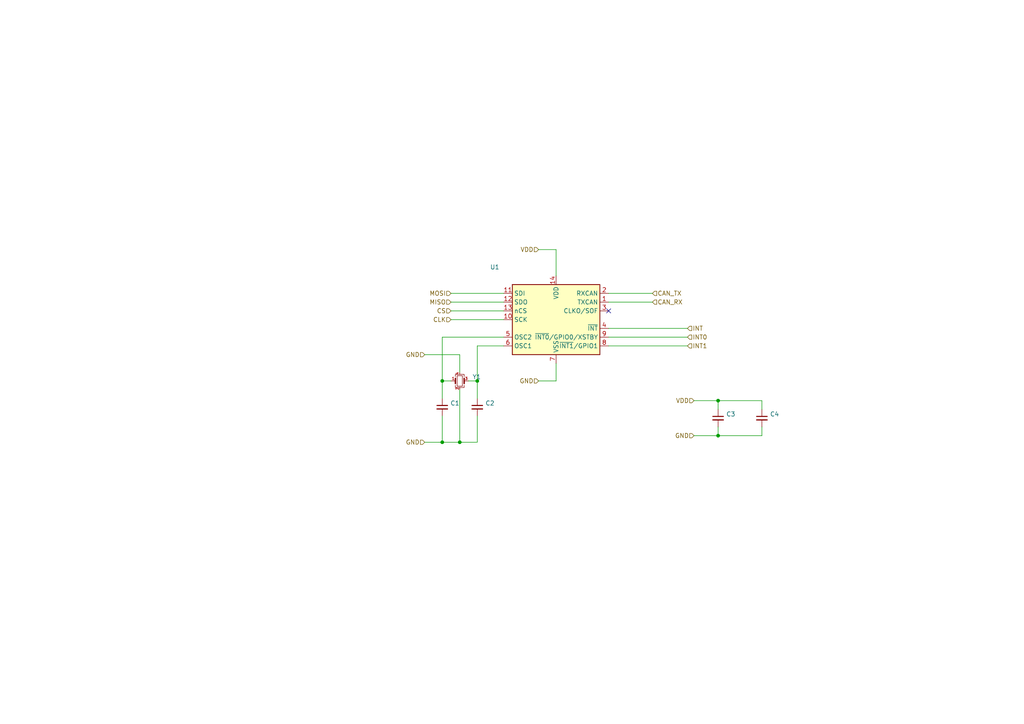
<source format=kicad_sch>
(kicad_sch (version 20211123) (generator eeschema)

  (uuid 1895faed-13c7-4877-930c-ef39a1d7419c)

  (paper "A4")

  (lib_symbols
    (symbol "Device:C_Small" (pin_numbers hide) (pin_names (offset 0.254) hide) (in_bom yes) (on_board yes)
      (property "Reference" "C" (id 0) (at 0.254 1.778 0)
        (effects (font (size 1.27 1.27)) (justify left))
      )
      (property "Value" "C_Small" (id 1) (at 0.254 -2.032 0)
        (effects (font (size 1.27 1.27)) (justify left))
      )
      (property "Footprint" "" (id 2) (at 0 0 0)
        (effects (font (size 1.27 1.27)) hide)
      )
      (property "Datasheet" "~" (id 3) (at 0 0 0)
        (effects (font (size 1.27 1.27)) hide)
      )
      (property "ki_keywords" "capacitor cap" (id 4) (at 0 0 0)
        (effects (font (size 1.27 1.27)) hide)
      )
      (property "ki_description" "Unpolarized capacitor, small symbol" (id 5) (at 0 0 0)
        (effects (font (size 1.27 1.27)) hide)
      )
      (property "ki_fp_filters" "C_*" (id 6) (at 0 0 0)
        (effects (font (size 1.27 1.27)) hide)
      )
      (symbol "C_Small_0_1"
        (polyline
          (pts
            (xy -1.524 -0.508)
            (xy 1.524 -0.508)
          )
          (stroke (width 0.3302) (type default) (color 0 0 0 0))
          (fill (type none))
        )
        (polyline
          (pts
            (xy -1.524 0.508)
            (xy 1.524 0.508)
          )
          (stroke (width 0.3048) (type default) (color 0 0 0 0))
          (fill (type none))
        )
      )
      (symbol "C_Small_1_1"
        (pin passive line (at 0 2.54 270) (length 2.032)
          (name "~" (effects (font (size 1.27 1.27))))
          (number "1" (effects (font (size 1.27 1.27))))
        )
        (pin passive line (at 0 -2.54 90) (length 2.032)
          (name "~" (effects (font (size 1.27 1.27))))
          (number "2" (effects (font (size 1.27 1.27))))
        )
      )
    )
    (symbol "Device:Crystal_GND24_Small" (pin_names (offset 1.016) hide) (in_bom yes) (on_board yes)
      (property "Reference" "Y" (id 0) (at 1.27 4.445 0)
        (effects (font (size 1.27 1.27)) (justify left))
      )
      (property "Value" "Crystal_GND24_Small" (id 1) (at 1.27 2.54 0)
        (effects (font (size 1.27 1.27)) (justify left))
      )
      (property "Footprint" "" (id 2) (at 0 0 0)
        (effects (font (size 1.27 1.27)) hide)
      )
      (property "Datasheet" "~" (id 3) (at 0 0 0)
        (effects (font (size 1.27 1.27)) hide)
      )
      (property "ki_keywords" "quartz ceramic resonator oscillator" (id 4) (at 0 0 0)
        (effects (font (size 1.27 1.27)) hide)
      )
      (property "ki_description" "Four pin crystal, GND on pins 2 and 4, small symbol" (id 5) (at 0 0 0)
        (effects (font (size 1.27 1.27)) hide)
      )
      (property "ki_fp_filters" "Crystal*" (id 6) (at 0 0 0)
        (effects (font (size 1.27 1.27)) hide)
      )
      (symbol "Crystal_GND24_Small_0_1"
        (rectangle (start -0.762 -1.524) (end 0.762 1.524)
          (stroke (width 0) (type default) (color 0 0 0 0))
          (fill (type none))
        )
        (polyline
          (pts
            (xy -1.27 -0.762)
            (xy -1.27 0.762)
          )
          (stroke (width 0.381) (type default) (color 0 0 0 0))
          (fill (type none))
        )
        (polyline
          (pts
            (xy 1.27 -0.762)
            (xy 1.27 0.762)
          )
          (stroke (width 0.381) (type default) (color 0 0 0 0))
          (fill (type none))
        )
        (polyline
          (pts
            (xy -1.27 -1.27)
            (xy -1.27 -1.905)
            (xy 1.27 -1.905)
            (xy 1.27 -1.27)
          )
          (stroke (width 0) (type default) (color 0 0 0 0))
          (fill (type none))
        )
        (polyline
          (pts
            (xy -1.27 1.27)
            (xy -1.27 1.905)
            (xy 1.27 1.905)
            (xy 1.27 1.27)
          )
          (stroke (width 0) (type default) (color 0 0 0 0))
          (fill (type none))
        )
      )
      (symbol "Crystal_GND24_Small_1_1"
        (pin passive line (at -2.54 0 0) (length 1.27)
          (name "1" (effects (font (size 1.27 1.27))))
          (number "1" (effects (font (size 0.762 0.762))))
        )
        (pin passive line (at 0 -2.54 90) (length 0.635)
          (name "2" (effects (font (size 1.27 1.27))))
          (number "2" (effects (font (size 0.762 0.762))))
        )
        (pin passive line (at 2.54 0 180) (length 1.27)
          (name "3" (effects (font (size 1.27 1.27))))
          (number "3" (effects (font (size 0.762 0.762))))
        )
        (pin passive line (at 0 2.54 270) (length 0.635)
          (name "4" (effects (font (size 1.27 1.27))))
          (number "4" (effects (font (size 0.762 0.762))))
        )
      )
    )
    (symbol "Interface_CAN_LIN:MCP2517FD-xSL" (in_bom yes) (on_board yes)
      (property "Reference" "U" (id 0) (at -12.7 12.7 0)
        (effects (font (size 1.27 1.27)) (justify left))
      )
      (property "Value" "MCP2517FD-xSL" (id 1) (at 2.54 12.7 0)
        (effects (font (size 1.27 1.27)) (justify left))
      )
      (property "Footprint" "Package_SO:SOIC-14_3.9x8.7mm_P1.27mm" (id 2) (at 0 -25.4 0)
        (effects (font (size 1.27 1.27)) hide)
      )
      (property "Datasheet" "https://ww1.microchip.com/downloads/en/DeviceDoc/20005688A.pdf" (id 3) (at 0 6.35 0)
        (effects (font (size 1.27 1.27)) hide)
      )
      (property "ki_keywords" "CAN FD Controller SPI" (id 4) (at 0 0 0)
        (effects (font (size 1.27 1.27)) hide)
      )
      (property "ki_description" "External CAN FD Controller with SPI Interface, SOIC-14" (id 5) (at 0 0 0)
        (effects (font (size 1.27 1.27)) hide)
      )
      (property "ki_fp_filters" "SOIC*3.9x8.7mm*P1.27mm*" (id 6) (at 0 0 0)
        (effects (font (size 1.27 1.27)) hide)
      )
      (symbol "MCP2517FD-xSL_0_1"
        (rectangle (start -12.7 10.16) (end 12.7 -10.16)
          (stroke (width 0.254) (type default) (color 0 0 0 0))
          (fill (type background))
        )
      )
      (symbol "MCP2517FD-xSL_1_1"
        (pin output line (at 15.24 5.08 180) (length 2.54)
          (name "TXCAN" (effects (font (size 1.27 1.27))))
          (number "1" (effects (font (size 1.27 1.27))))
        )
        (pin input line (at -15.24 0 0) (length 2.54)
          (name "SCK" (effects (font (size 1.27 1.27))))
          (number "10" (effects (font (size 1.27 1.27))))
        )
        (pin input line (at -15.24 7.62 0) (length 2.54)
          (name "SDI" (effects (font (size 1.27 1.27))))
          (number "11" (effects (font (size 1.27 1.27))))
        )
        (pin output line (at -15.24 5.08 0) (length 2.54)
          (name "SDO" (effects (font (size 1.27 1.27))))
          (number "12" (effects (font (size 1.27 1.27))))
        )
        (pin input line (at -15.24 2.54 0) (length 2.54)
          (name "nCS" (effects (font (size 1.27 1.27))))
          (number "13" (effects (font (size 1.27 1.27))))
        )
        (pin power_in line (at 0 12.7 270) (length 2.54)
          (name "VDD" (effects (font (size 1.27 1.27))))
          (number "14" (effects (font (size 1.27 1.27))))
        )
        (pin input line (at 15.24 7.62 180) (length 2.54)
          (name "RXCAN" (effects (font (size 1.27 1.27))))
          (number "2" (effects (font (size 1.27 1.27))))
        )
        (pin output line (at 15.24 2.54 180) (length 2.54)
          (name "CLKO/SOF" (effects (font (size 1.27 1.27))))
          (number "3" (effects (font (size 1.27 1.27))))
        )
        (pin output line (at 15.24 -2.54 180) (length 2.54)
          (name "~{INT}" (effects (font (size 1.27 1.27))))
          (number "4" (effects (font (size 1.27 1.27))))
        )
        (pin output line (at -15.24 -5.08 0) (length 2.54)
          (name "OSC2" (effects (font (size 1.27 1.27))))
          (number "5" (effects (font (size 1.27 1.27))))
        )
        (pin input line (at -15.24 -7.62 0) (length 2.54)
          (name "OSC1" (effects (font (size 1.27 1.27))))
          (number "6" (effects (font (size 1.27 1.27))))
        )
        (pin power_in line (at 0 -12.7 90) (length 2.54)
          (name "VSS" (effects (font (size 1.27 1.27))))
          (number "7" (effects (font (size 1.27 1.27))))
        )
        (pin bidirectional line (at 15.24 -7.62 180) (length 2.54)
          (name "~{INT1}/GPIO1" (effects (font (size 1.27 1.27))))
          (number "8" (effects (font (size 1.27 1.27))))
        )
        (pin bidirectional line (at 15.24 -5.08 180) (length 2.54)
          (name "~{INT0}/GPIO0/XSTBY" (effects (font (size 1.27 1.27))))
          (number "9" (effects (font (size 1.27 1.27))))
        )
      )
    )
  )

  (junction (at 208.28 126.365) (diameter 0) (color 0 0 0 0)
    (uuid 0fa14366-efdb-45ad-9787-636e7a6f6ddc)
  )
  (junction (at 133.35 128.27) (diameter 0) (color 0 0 0 0)
    (uuid 10a889f2-0c24-46d0-a6a2-0c51f473431a)
  )
  (junction (at 128.27 128.27) (diameter 0) (color 0 0 0 0)
    (uuid 1ee67d46-ad85-414e-8f37-6eef7a38b226)
  )
  (junction (at 138.43 110.49) (diameter 0) (color 0 0 0 0)
    (uuid 4276c345-4176-4a6e-9b90-33dd7813f6f0)
  )
  (junction (at 208.28 116.205) (diameter 0) (color 0 0 0 0)
    (uuid 726bb0e0-1c06-4da8-81d2-c7ffba9d2beb)
  )
  (junction (at 128.27 110.49) (diameter 0) (color 0 0 0 0)
    (uuid 9ed2e15b-03ba-4b88-a753-1e1977660cec)
  )

  (no_connect (at 176.53 90.17) (uuid 821fca9e-f9ec-4508-9739-a3885d949e04))

  (wire (pts (xy 161.29 72.39) (xy 161.29 80.01))
    (stroke (width 0) (type default) (color 0 0 0 0))
    (uuid 01bb289d-98dc-4453-9775-3b2bca754688)
  )
  (wire (pts (xy 128.27 110.49) (xy 128.27 97.79))
    (stroke (width 0) (type default) (color 0 0 0 0))
    (uuid 043f0640-4b92-4339-987d-1b2cfd6d7044)
  )
  (wire (pts (xy 138.43 100.33) (xy 146.05 100.33))
    (stroke (width 0) (type default) (color 0 0 0 0))
    (uuid 04815da8-c180-4c33-b44d-041f27a9b46b)
  )
  (wire (pts (xy 208.28 116.205) (xy 208.28 118.745))
    (stroke (width 0) (type default) (color 0 0 0 0))
    (uuid 0b21bf5b-6f8a-4ac9-a67d-d61f86ccbb88)
  )
  (wire (pts (xy 156.21 72.39) (xy 161.29 72.39))
    (stroke (width 0) (type default) (color 0 0 0 0))
    (uuid 109552c4-7e66-476b-b9e4-2c52113b50cf)
  )
  (wire (pts (xy 201.295 116.205) (xy 208.28 116.205))
    (stroke (width 0) (type default) (color 0 0 0 0))
    (uuid 1c0701ba-e2a0-45e5-8ede-275a1c3c841f)
  )
  (wire (pts (xy 208.28 126.365) (xy 220.98 126.365))
    (stroke (width 0) (type default) (color 0 0 0 0))
    (uuid 1c892eca-e6cf-4620-8e4b-1f2e72cabbd5)
  )
  (wire (pts (xy 176.53 100.33) (xy 199.39 100.33))
    (stroke (width 0) (type default) (color 0 0 0 0))
    (uuid 1eb1685a-69b8-4556-83db-122f351a0efd)
  )
  (wire (pts (xy 128.27 120.65) (xy 128.27 128.27))
    (stroke (width 0) (type default) (color 0 0 0 0))
    (uuid 201e60d0-1709-4e3d-b005-a34f7b11c012)
  )
  (wire (pts (xy 138.43 128.27) (xy 138.43 120.65))
    (stroke (width 0) (type default) (color 0 0 0 0))
    (uuid 2534b2f2-3ac3-4dfb-8cd0-a5b3987d3b29)
  )
  (wire (pts (xy 208.28 116.205) (xy 220.98 116.205))
    (stroke (width 0) (type default) (color 0 0 0 0))
    (uuid 380638c8-ebdd-4003-bc05-f7cce3005d9b)
  )
  (wire (pts (xy 130.81 92.71) (xy 146.05 92.71))
    (stroke (width 0) (type default) (color 0 0 0 0))
    (uuid 3c02877f-8023-432b-bed0-44a4f0e6182c)
  )
  (wire (pts (xy 138.43 115.57) (xy 138.43 110.49))
    (stroke (width 0) (type default) (color 0 0 0 0))
    (uuid 4039095e-ac8d-443e-8942-a11648d6411d)
  )
  (wire (pts (xy 208.28 123.825) (xy 208.28 126.365))
    (stroke (width 0) (type default) (color 0 0 0 0))
    (uuid 457bcc66-5fc8-4862-953f-4600ac181f09)
  )
  (wire (pts (xy 161.29 110.49) (xy 161.29 105.41))
    (stroke (width 0) (type default) (color 0 0 0 0))
    (uuid 472856f5-f0f6-491b-ae98-21259072fa5d)
  )
  (wire (pts (xy 189.23 85.09) (xy 176.53 85.09))
    (stroke (width 0) (type default) (color 0 0 0 0))
    (uuid 4d3db00d-c5f5-442f-be7d-4e206a0e1b43)
  )
  (wire (pts (xy 176.53 87.63) (xy 189.23 87.63))
    (stroke (width 0) (type default) (color 0 0 0 0))
    (uuid 50a5f007-e297-4de7-9303-f109e5e114ee)
  )
  (wire (pts (xy 133.35 113.03) (xy 133.35 128.27))
    (stroke (width 0) (type default) (color 0 0 0 0))
    (uuid 5a246f26-d872-44d9-8918-95f19fe9e148)
  )
  (wire (pts (xy 123.19 102.87) (xy 133.35 102.87))
    (stroke (width 0) (type default) (color 0 0 0 0))
    (uuid 5acef3dd-0df9-4e5f-baee-d964a07ef67d)
  )
  (wire (pts (xy 146.05 90.17) (xy 130.81 90.17))
    (stroke (width 0) (type default) (color 0 0 0 0))
    (uuid 62f1a3fc-8268-4b5d-a896-a907eb4d5fc7)
  )
  (wire (pts (xy 133.35 128.27) (xy 138.43 128.27))
    (stroke (width 0) (type default) (color 0 0 0 0))
    (uuid 662e8e3a-52f9-47b0-8aec-9787c46c8687)
  )
  (wire (pts (xy 138.43 110.49) (xy 138.43 100.33))
    (stroke (width 0) (type default) (color 0 0 0 0))
    (uuid 697be864-6015-4f73-8375-518456fd179c)
  )
  (wire (pts (xy 128.27 115.57) (xy 128.27 110.49))
    (stroke (width 0) (type default) (color 0 0 0 0))
    (uuid 809b37d6-125b-4c73-90ed-8e0f226912ab)
  )
  (wire (pts (xy 146.05 85.09) (xy 130.81 85.09))
    (stroke (width 0) (type default) (color 0 0 0 0))
    (uuid 89325b15-0223-4bed-aa93-89ccb343fad5)
  )
  (wire (pts (xy 220.98 123.825) (xy 220.98 126.365))
    (stroke (width 0) (type default) (color 0 0 0 0))
    (uuid 8bdc9177-81b3-4208-86ed-a776f9a026cd)
  )
  (wire (pts (xy 156.21 110.49) (xy 161.29 110.49))
    (stroke (width 0) (type default) (color 0 0 0 0))
    (uuid 8c0f47e5-978e-460b-8274-0587d87712d9)
  )
  (wire (pts (xy 135.89 110.49) (xy 138.43 110.49))
    (stroke (width 0) (type default) (color 0 0 0 0))
    (uuid 925ccbef-24e3-4885-a762-63dcbc174aa2)
  )
  (wire (pts (xy 128.27 97.79) (xy 146.05 97.79))
    (stroke (width 0) (type default) (color 0 0 0 0))
    (uuid 994a837c-952c-41aa-a332-c9756b1bb724)
  )
  (wire (pts (xy 123.19 128.27) (xy 128.27 128.27))
    (stroke (width 0) (type default) (color 0 0 0 0))
    (uuid b23ae960-0480-4748-bca1-36a677c796b1)
  )
  (wire (pts (xy 128.27 128.27) (xy 133.35 128.27))
    (stroke (width 0) (type default) (color 0 0 0 0))
    (uuid b7a908f6-77d5-4fcb-b2bd-bb9644f9f5a3)
  )
  (wire (pts (xy 176.53 95.25) (xy 199.39 95.25))
    (stroke (width 0) (type default) (color 0 0 0 0))
    (uuid bb6ef109-568b-44bc-8581-0efe5bbc2db4)
  )
  (wire (pts (xy 130.81 110.49) (xy 128.27 110.49))
    (stroke (width 0) (type default) (color 0 0 0 0))
    (uuid c5324748-4c15-4c8c-908d-7a27ead00209)
  )
  (wire (pts (xy 176.53 97.79) (xy 199.39 97.79))
    (stroke (width 0) (type default) (color 0 0 0 0))
    (uuid c5c33d2a-19f8-42bd-9065-209c2c8bdbef)
  )
  (wire (pts (xy 220.98 116.205) (xy 220.98 118.745))
    (stroke (width 0) (type default) (color 0 0 0 0))
    (uuid c5f7dacf-479a-4a31-9afb-d3521aeb8704)
  )
  (wire (pts (xy 201.295 126.365) (xy 208.28 126.365))
    (stroke (width 0) (type default) (color 0 0 0 0))
    (uuid d666b53c-f57b-495f-bccb-17346e481386)
  )
  (wire (pts (xy 133.35 102.87) (xy 133.35 107.95))
    (stroke (width 0) (type default) (color 0 0 0 0))
    (uuid f9717903-3523-4c39-b6ee-52c1065184ab)
  )
  (wire (pts (xy 130.81 87.63) (xy 146.05 87.63))
    (stroke (width 0) (type default) (color 0 0 0 0))
    (uuid fba72d40-b76d-4baa-ad50-b8991aad729a)
  )

  (hierarchical_label "GND" (shape input) (at 123.19 102.87 180)
    (effects (font (size 1.27 1.27)) (justify right))
    (uuid 1e156a92-aa41-4b5e-a45f-0dee50011e1e)
  )
  (hierarchical_label "MOSI" (shape input) (at 130.81 85.09 180)
    (effects (font (size 1.27 1.27)) (justify right))
    (uuid 2ded5c02-7e95-42e6-abc1-17ad245acb46)
  )
  (hierarchical_label "INT1" (shape input) (at 199.39 100.33 0)
    (effects (font (size 1.27 1.27)) (justify left))
    (uuid 2f37f527-ff4e-474c-8e68-658913b8cd9b)
  )
  (hierarchical_label "GND" (shape input) (at 156.21 110.49 180)
    (effects (font (size 1.27 1.27)) (justify right))
    (uuid 39162e16-efde-4959-9313-41a2c1ca6e61)
  )
  (hierarchical_label "VDD" (shape input) (at 156.21 72.39 180)
    (effects (font (size 1.27 1.27)) (justify right))
    (uuid 48dfa1bc-2466-4ab6-b63e-8398d5c8d57a)
  )
  (hierarchical_label "INT0" (shape input) (at 199.39 97.79 0)
    (effects (font (size 1.27 1.27)) (justify left))
    (uuid 4ed2674d-4426-45f0-a666-4892c14850ee)
  )
  (hierarchical_label "INT" (shape input) (at 199.39 95.25 0)
    (effects (font (size 1.27 1.27)) (justify left))
    (uuid 7caf3dd4-0d9c-40c9-8fb9-ca3b013078ef)
  )
  (hierarchical_label "CAN_RX" (shape input) (at 189.23 87.63 0)
    (effects (font (size 1.27 1.27)) (justify left))
    (uuid 7e72a39a-c539-4a9c-8552-35e01b971abd)
  )
  (hierarchical_label "GND" (shape input) (at 201.295 126.365 180)
    (effects (font (size 1.27 1.27)) (justify right))
    (uuid 7fb2d50b-ec85-48ea-b6c5-dbbcce2ea6c5)
  )
  (hierarchical_label "CS" (shape input) (at 130.81 90.17 180)
    (effects (font (size 1.27 1.27)) (justify right))
    (uuid 81569518-7907-44ac-92ab-4df33043fcd7)
  )
  (hierarchical_label "MISO" (shape input) (at 130.81 87.63 180)
    (effects (font (size 1.27 1.27)) (justify right))
    (uuid 8bf324ed-6826-4ae4-8cc1-add9758b1477)
  )
  (hierarchical_label "CAN_TX" (shape input) (at 189.23 85.09 0)
    (effects (font (size 1.27 1.27)) (justify left))
    (uuid 8dc879a6-7356-4583-8c34-8b9f966ae70a)
  )
  (hierarchical_label "CLK" (shape input) (at 130.81 92.71 180)
    (effects (font (size 1.27 1.27)) (justify right))
    (uuid bf13d82c-46b1-4cee-ac2c-8c66a5d6d12e)
  )
  (hierarchical_label "VDD" (shape input) (at 201.295 116.205 180)
    (effects (font (size 1.27 1.27)) (justify right))
    (uuid c911788c-dc6f-46af-982d-9ae64c4a67ed)
  )
  (hierarchical_label "GND" (shape input) (at 123.19 128.27 180)
    (effects (font (size 1.27 1.27)) (justify right))
    (uuid e5931083-8017-4a5d-9f61-7d07460d8a97)
  )

  (symbol (lib_id "Device:C_Small") (at 220.98 121.285 0) (unit 1)
    (in_bom yes) (on_board yes)
    (uuid 022e2ee6-ccdc-4ef1-9f83-6335f42ca4c9)
    (property "Reference" "C4" (id 0) (at 223.3168 120.1166 0)
      (effects (font (size 1.27 1.27)) (justify left))
    )
    (property "Value" "" (id 1) (at 223.3168 122.428 0)
      (effects (font (size 1.27 1.27)) (justify left))
    )
    (property "Footprint" "" (id 2) (at 220.98 121.285 0)
      (effects (font (size 1.27 1.27)) hide)
    )
    (property "Datasheet" "~" (id 3) (at 220.98 121.285 0)
      (effects (font (size 1.27 1.27)) hide)
    )
    (property "Voltage" "6.3V" (id 4) (at 220.98 121.285 0)
      (effects (font (size 1.27 1.27)) hide)
    )
    (pin "1" (uuid 4c5eabf9-f3b4-4f7b-bdf3-f34471bae63c))
    (pin "2" (uuid 221bfe99-1292-4ba3-9ec4-f50e1cc88894))
  )

  (symbol (lib_id "Device:Crystal_GND24_Small") (at 133.35 110.49 0) (unit 1)
    (in_bom yes) (on_board yes)
    (uuid 14234535-c254-4771-987e-2e1008cfb35e)
    (property "Reference" "Y1" (id 0) (at 137.0076 109.3216 0)
      (effects (font (size 1.27 1.27)) (justify left))
    )
    (property "Value" "" (id 1) (at 137.0076 111.633 0)
      (effects (font (size 1.27 1.27)) (justify left))
    )
    (property "Footprint" "" (id 2) (at 133.35 110.49 0)
      (effects (font (size 1.27 1.27)) hide)
    )
    (property "Datasheet" "~" (id 3) (at 133.35 110.49 0)
      (effects (font (size 1.27 1.27)) hide)
    )
    (property "MPN" "ECS-200-18-33-JGN-TR" (id 4) (at 133.35 110.49 0)
      (effects (font (size 1.27 1.27)) hide)
    )
    (pin "1" (uuid 0e1e30c0-00f8-4361-a750-20be4b9d5e66))
    (pin "2" (uuid 0ef17241-18d7-4c47-a874-e64efd224d2a))
    (pin "3" (uuid d0c93311-f8e2-4d43-a4d6-e1e579bace8b))
    (pin "4" (uuid fba765b3-91c3-47fd-94c6-44cadfdf746c))
  )

  (symbol (lib_id "Device:C_Small") (at 208.28 121.285 0) (unit 1)
    (in_bom yes) (on_board yes)
    (uuid 43561cda-993a-4e64-912b-e25bcd646e26)
    (property "Reference" "C3" (id 0) (at 210.6168 120.1166 0)
      (effects (font (size 1.27 1.27)) (justify left))
    )
    (property "Value" "" (id 1) (at 210.6168 122.428 0)
      (effects (font (size 1.27 1.27)) (justify left))
    )
    (property "Footprint" "" (id 2) (at 208.28 121.285 0)
      (effects (font (size 1.27 1.27)) hide)
    )
    (property "Datasheet" "~" (id 3) (at 208.28 121.285 0)
      (effects (font (size 1.27 1.27)) hide)
    )
    (property "Voltage" "6.3V" (id 4) (at 208.28 121.285 0)
      (effects (font (size 1.27 1.27)) hide)
    )
    (pin "1" (uuid 3f2b5b3d-c5ac-4b00-9eb6-0aff51795c3f))
    (pin "2" (uuid 3ec8b1f5-61a2-4976-8cc8-f7709fec9294))
  )

  (symbol (lib_id "Interface_CAN_LIN:MCP2517FD-xSL") (at 161.29 92.71 0) (unit 1)
    (in_bom yes) (on_board yes)
    (uuid 4894af96-0003-49e7-b57f-31b493229554)
    (property "Reference" "U1" (id 0) (at 143.51 77.47 0))
    (property "Value" "" (id 1) (at 151.13 80.01 0))
    (property "Footprint" "" (id 2) (at 161.29 118.11 0)
      (effects (font (size 1.27 1.27)) hide)
    )
    (property "Datasheet" "https://ww1.microchip.com/downloads/en/DeviceDoc/20005688A.pdf" (id 3) (at 161.29 86.36 0)
      (effects (font (size 1.27 1.27)) hide)
    )
    (property "MPN" "MCP2517FD-H/SL" (id 4) (at 161.29 92.71 0)
      (effects (font (size 1.27 1.27)) hide)
    )
    (property "Digi-Key_PN" "MCP2517FDT-H/SLCT-ND" (id 5) (at 161.29 92.71 0)
      (effects (font (size 1.27 1.27)) hide)
    )
    (pin "1" (uuid c9faa256-9112-4c62-a79e-0368417babda))
    (pin "10" (uuid de634086-f204-4777-a8b4-7cbc48eb93a8))
    (pin "11" (uuid f3cd0510-9316-426d-915e-d63574af6180))
    (pin "12" (uuid b4685baf-e9eb-478e-94ab-9521581e346a))
    (pin "13" (uuid 208ea7dd-fbf9-4c1b-bb44-12d1540d48d1))
    (pin "14" (uuid 25f65cc0-5cc2-47a4-ba84-2bc30475a46c))
    (pin "2" (uuid 03a22d38-f621-4f4b-b980-0ed03450e67b))
    (pin "3" (uuid b7427784-4b9b-4555-9e89-e76e3a24ac6f))
    (pin "4" (uuid 47625042-e3a5-45fb-9f20-c58a355ffd88))
    (pin "5" (uuid ac1ea97f-fed1-456a-a0a8-ca30242acf09))
    (pin "6" (uuid e3e675e4-89af-413f-ac3f-1e4ad6279b03))
    (pin "7" (uuid 914062ab-a1df-4989-9098-0680a41457d8))
    (pin "8" (uuid 554c26ce-5080-46ed-8e8b-1767134abdb6))
    (pin "9" (uuid 767502e9-af4f-4c03-a636-8c2c230e34b0))
  )

  (symbol (lib_id "Device:C_Small") (at 128.27 118.11 0) (unit 1)
    (in_bom yes) (on_board yes)
    (uuid 749d5496-e663-49c9-aa79-f98b1eae1d31)
    (property "Reference" "C1" (id 0) (at 130.6068 116.9416 0)
      (effects (font (size 1.27 1.27)) (justify left))
    )
    (property "Value" "" (id 1) (at 130.6068 119.253 0)
      (effects (font (size 1.27 1.27)) (justify left))
    )
    (property "Footprint" "" (id 2) (at 128.27 118.11 0)
      (effects (font (size 1.27 1.27)) hide)
    )
    (property "Datasheet" "~" (id 3) (at 128.27 118.11 0)
      (effects (font (size 1.27 1.27)) hide)
    )
    (property "Voltage" "6.3V" (id 4) (at 128.27 118.11 0)
      (effects (font (size 1.27 1.27)) hide)
    )
    (pin "1" (uuid c128488b-98c2-4dc7-a5c2-8807a45e3635))
    (pin "2" (uuid e4d89a31-37e5-4e93-867c-bcf33b282021))
  )

  (symbol (lib_id "Device:C_Small") (at 138.43 118.11 0) (mirror y) (unit 1)
    (in_bom yes) (on_board yes)
    (uuid eff57262-120d-4a58-a36b-bd3f36ccac2d)
    (property "Reference" "C2" (id 0) (at 140.7668 116.9416 0)
      (effects (font (size 1.27 1.27)) (justify right))
    )
    (property "Value" "" (id 1) (at 140.7668 119.253 0)
      (effects (font (size 1.27 1.27)) (justify right))
    )
    (property "Footprint" "" (id 2) (at 138.43 118.11 0)
      (effects (font (size 1.27 1.27)) hide)
    )
    (property "Datasheet" "~" (id 3) (at 138.43 118.11 0)
      (effects (font (size 1.27 1.27)) hide)
    )
    (property "Voltage" "6.3V" (id 4) (at 138.43 118.11 0)
      (effects (font (size 1.27 1.27)) hide)
    )
    (pin "1" (uuid db1f1a13-53fb-4b87-9e7f-da6c12fd13a9))
    (pin "2" (uuid fb74b80f-5509-4cc9-87c7-61b7193a9631))
  )
)

</source>
